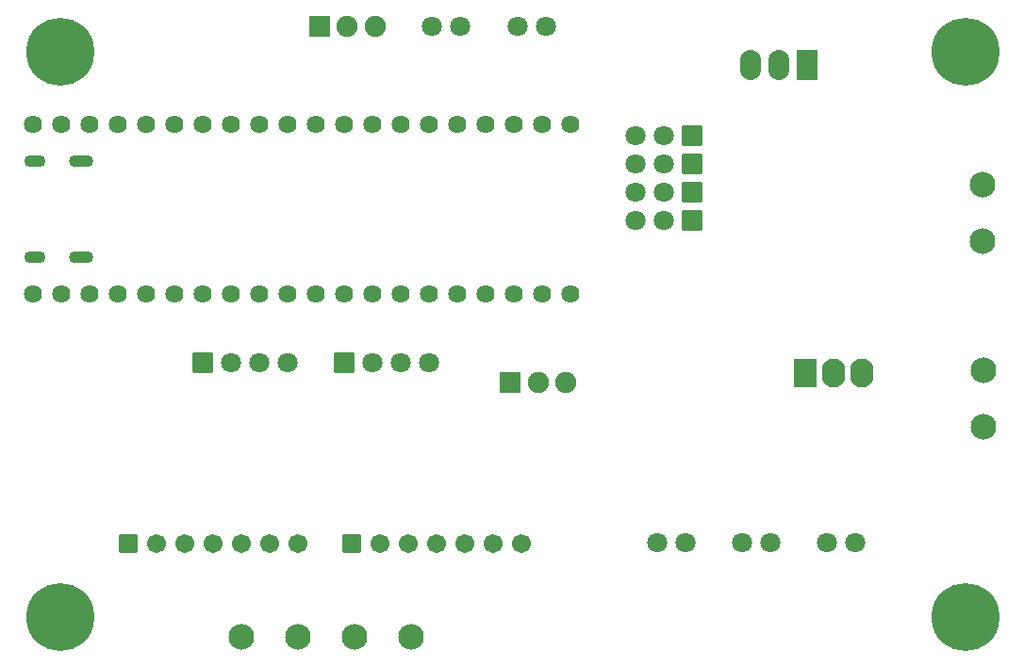
<source format=gbs>
G04 Layer: BottomSolderMaskLayer*
G04 EasyEDA Pro v2.2.32.3, 2024-11-04 22:23:50*
G04 Gerber Generator version 0.3*
G04 Scale: 100 percent, Rotated: No, Reflected: No*
G04 Dimensions in millimeters*
G04 Leading zeros omitted, absolute positions, 3 integers and 5 decimals*
%FSLAX35Y35*%
%MOMM*%
%AMRoundRect*1,1,$1,$2,$3*1,1,$1,$4,$5*1,1,$1,0-$2,0-$3*1,1,$1,0-$4,0-$5*20,1,$1,$2,$3,$4,$5,0*20,1,$1,$4,$5,0-$2,0-$3,0*20,1,$1,0-$2,0-$3,0-$4,0-$5,0*20,1,$1,0-$4,0-$5,$2,$3,0*4,1,4,$2,$3,$4,$5,0-$2,0-$3,0-$4,0-$5,$2,$3,0*%
%ADD10C,6.10159*%
%ADD11O,2.20002X1.10002*%
%ADD12O,1.90002X1.10002*%
%ADD13C,2.302*%
%ADD14RoundRect,0.09654X-0.85273X0.85273X0.85273X0.85273*%
%ADD15C,1.802*%
%ADD16RoundRect,0.09654X0.85273X-0.85273X-0.85273X-0.85273*%
%ADD17O,1.902X2.702*%
%ADD18RoundRect,0.09681X0.90259X-1.30259X-0.90259X-1.30259*%
%ADD19O,2.102X2.602*%
%ADD20RoundRect,0.09728X-1.00236X1.25236X1.00236X1.25236*%
%ADD21RoundRect,0.09588X-0.80286X0.80286X0.80286X0.80286*%
%ADD22C,1.7016*%
%ADD23C,1.9016*%
%ADD24RoundRect,0.09645X0.90257X-0.90257X-0.90257X-0.90257*%
%ADD25C,1.626*%
%ADD26RoundRect,0.09618X-0.85271X0.85271X0.85271X0.85271*%
%ADD27C,1.8016*%
G75*


G04 Pad Start*
G54D10*
G01X8636000Y-508008D03*
G01X8636000Y-5588008D03*
G01X508000Y-5588008D03*
G01X508000Y-508008D03*
G54D11*
G01X698701Y-1485694D03*
G54D12*
G01X280693Y-1485694D03*
G01X280693Y-2349701D03*
G54D11*
G01X698701Y-2349701D03*
G54D13*
G01X8788400Y-1701884D03*
G01X8788400Y-2209884D03*
G01X8801100Y-3365584D03*
G01X8801100Y-3873584D03*
G54D14*
G01X3060700Y-3302008D03*
G54D15*
G01X3314700Y-3301982D03*
G01X3568700Y-3301982D03*
G01X3822700Y-3301982D03*
G54D16*
G01X6184900Y-1257308D03*
G54D15*
G01X5930900Y-1257308D03*
G01X5676900Y-1257308D03*
G54D16*
G01X6184900Y-2019308D03*
G54D15*
G01X5930900Y-2019308D03*
G01X5676900Y-2019308D03*
G54D16*
G01X6184900Y-1511308D03*
G54D15*
G01X5930900Y-1511308D03*
G01X5676900Y-1511308D03*
G54D16*
G01X6184900Y-1765308D03*
G54D15*
G01X5930900Y-1765308D03*
G01X5676900Y-1765308D03*
G54D17*
G01X6959309Y-623091D03*
G01X6705284Y-622101D03*
G54D18*
G01X7213309Y-623091D03*
G54D19*
G01X7454892Y-3390900D03*
G01X7708892Y-3390900D03*
G54D20*
G01X7200892Y-3390900D03*
G54D15*
G01X3848100Y-279408D03*
G01X4102100Y-279408D03*
G54D21*
G01X1117600Y-4927600D03*
G54D22*
G01X1371600Y-4927600D03*
G01X1625600Y-4927600D03*
G01X1879600Y-4927600D03*
G01X2133600Y-4927600D03*
G01X2387600Y-4927600D03*
G01X2641600Y-4927600D03*
G54D21*
G01X3124200Y-4927600D03*
G54D22*
G01X3378200Y-4927600D03*
G01X3632200Y-4927600D03*
G01X3886200Y-4927600D03*
G01X4140200Y-4927600D03*
G01X4394200Y-4927600D03*
G01X4648200Y-4927600D03*
G54D13*
G01X2641600Y-5765800D03*
G01X2133600Y-5765800D03*
G01X3657600Y-5765800D03*
G01X3149600Y-5765800D03*
G54D23*
G01X3336100Y-279400D03*
G01X3086113Y-279400D03*
G54D24*
G01X2836101Y-279400D03*
G54D23*
G01X5050600Y-3479800D03*
G01X4800613Y-3479800D03*
G54D24*
G01X4550601Y-3479800D03*
G54D15*
G01X4611326Y-279408D03*
G01X4865326Y-279408D03*
G01X6629400Y-4914908D03*
G01X6883400Y-4914908D03*
G01X5867400Y-4914908D03*
G01X6121400Y-4914908D03*
G01X7391400Y-4914908D03*
G01X7645400Y-4914908D03*
G54D25*
G01X5092700Y-2679708D03*
G01X4838700Y-2679708D03*
G01X4584700Y-2679708D03*
G01X4330700Y-2679708D03*
G01X4076700Y-2679708D03*
G01X3822700Y-2679708D03*
G01X3568700Y-2679708D03*
G01X3314700Y-2679708D03*
G01X3060700Y-2679708D03*
G01X2806700Y-2679708D03*
G01X2552700Y-2679708D03*
G01X2298700Y-2679708D03*
G01X2044700Y-2679708D03*
G01X1790700Y-2679708D03*
G01X1536700Y-2679708D03*
G01X1282700Y-2679708D03*
G01X1028700Y-2679708D03*
G01X774700Y-2679708D03*
G01X520700Y-2679708D03*
G01X266700Y-2679708D03*
G01X266700Y-1155708D03*
G01X520700Y-1155708D03*
G01X774700Y-1155708D03*
G01X1028700Y-1155708D03*
G01X1282700Y-1155708D03*
G01X1536700Y-1155708D03*
G01X1790700Y-1155708D03*
G01X2044700Y-1155708D03*
G01X2298700Y-1155708D03*
G01X2552700Y-1155708D03*
G01X2806700Y-1155708D03*
G01X3060700Y-1155708D03*
G01X3314700Y-1155708D03*
G01X3568700Y-1155708D03*
G01X3822700Y-1155708D03*
G01X4076700Y-1155708D03*
G01X4330700Y-1155708D03*
G01X4584700Y-1155708D03*
G01X4838700Y-1155708D03*
G01X5092700Y-1155708D03*
G54D26*
G01X1790700Y-3302000D03*
G54D27*
G01X2044700Y-3302000D03*
G01X2298700Y-3302000D03*
G01X2552700Y-3302000D03*
G04 Pad End*

M02*


</source>
